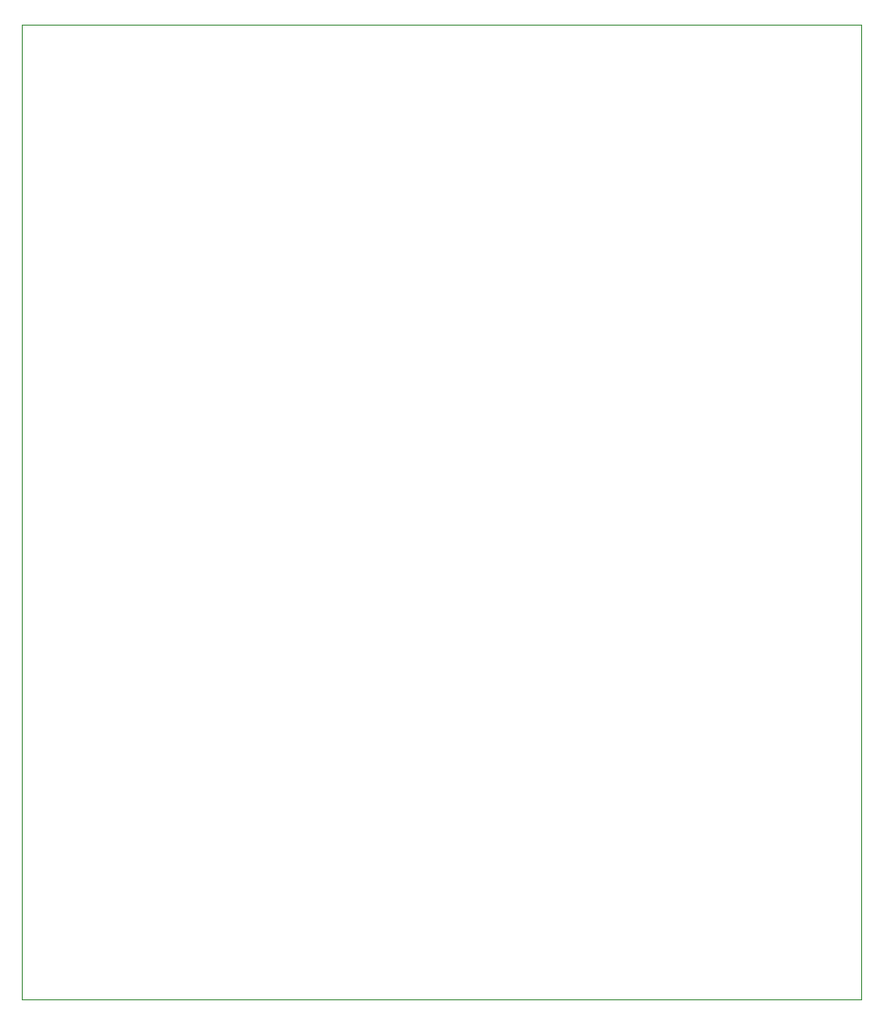
<source format=gbr>
G04 #@! TF.GenerationSoftware,KiCad,Pcbnew,5.0.0*
G04 #@! TF.CreationDate,2018-07-21T14:27:13+02:00*
G04 #@! TF.ProjectId,node_1,6E6F64655F312E6B696361645F706362,rev?*
G04 #@! TF.SameCoordinates,Original*
G04 #@! TF.FileFunction,Profile,NP*
%FSLAX46Y46*%
G04 Gerber Fmt 4.6, Leading zero omitted, Abs format (unit mm)*
G04 Created by KiCad (PCBNEW 5.0.0) date Sat Jul 21 14:27:13 2018*
%MOMM*%
%LPD*%
G01*
G04 APERTURE LIST*
%ADD10C,0.100000*%
G04 APERTURE END LIST*
D10*
X13000000Y-100000000D02*
X13000000Y-13000000D01*
X88000000Y-100000000D02*
X13000000Y-100000000D01*
X88000000Y-13000000D02*
X88000000Y-100000000D01*
X13000000Y-13000000D02*
X88000000Y-13000000D01*
M02*

</source>
